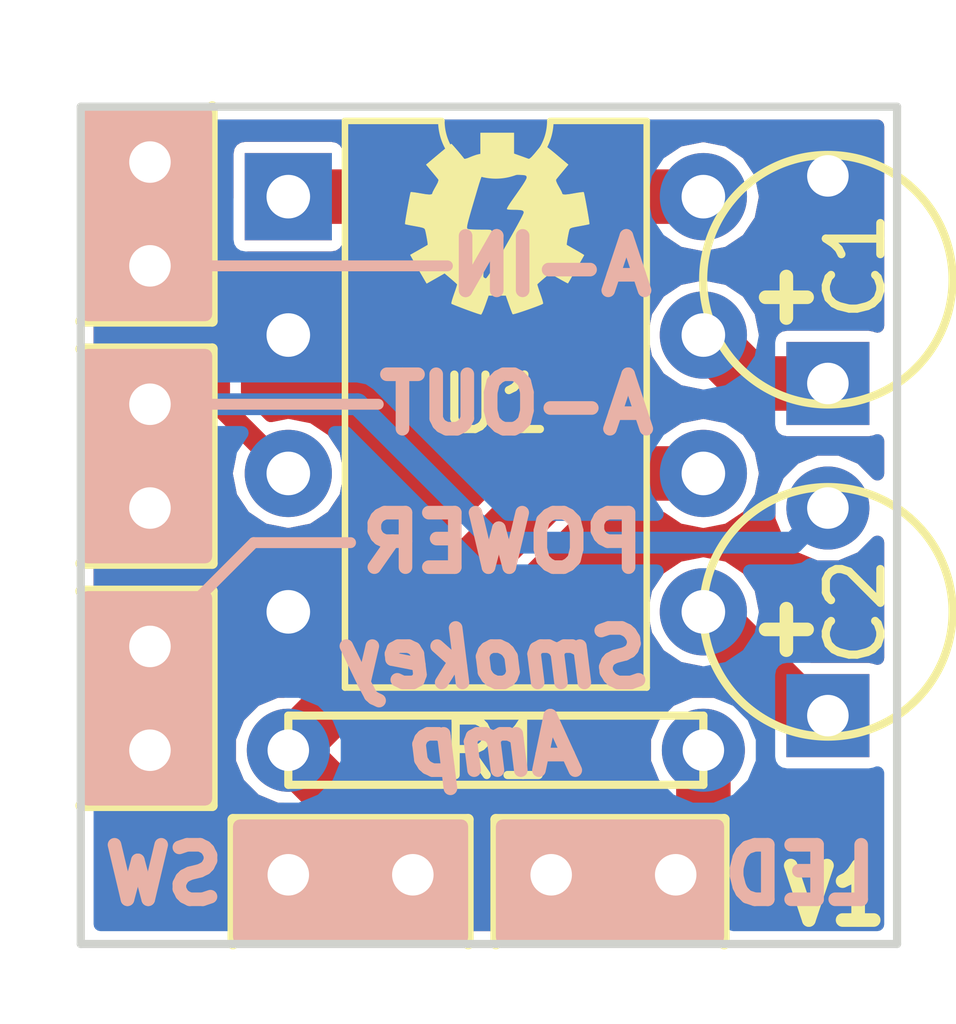
<source format=kicad_pcb>
(kicad_pcb (version 4) (host pcbnew 4.0.5)

  (general
    (links 15)
    (no_connects 0)
    (area 142.84181 97.915666 162.330526 118.677)
    (thickness 1.6)
    (drawings 36)
    (tracks 21)
    (zones 0)
    (modules 10)
    (nets 10)
  )

  (page A4)
  (layers
    (0 F.Cu signal)
    (31 B.Cu signal)
    (32 B.Adhes user)
    (33 F.Adhes user)
    (34 B.Paste user)
    (35 F.Paste user)
    (36 B.SilkS user)
    (37 F.SilkS user)
    (38 B.Mask user)
    (39 F.Mask user)
    (40 Dwgs.User user)
    (41 Cmts.User user)
    (42 Eco1.User user)
    (43 Eco2.User user)
    (44 Edge.Cuts user)
    (45 Margin user)
    (46 B.CrtYd user)
    (47 F.CrtYd user)
    (48 B.Fab user)
    (49 F.Fab user)
  )

  (setup
    (last_trace_width 0.25)
    (user_trace_width 0.25)
    (user_trace_width 0.4)
    (user_trace_width 0.5)
    (user_trace_width 1)
    (trace_clearance 0.2)
    (zone_clearance 0.16)
    (zone_45_only no)
    (trace_min 0.2)
    (segment_width 0.2)
    (edge_width 0.15)
    (via_size 0.6)
    (via_drill 0.4)
    (via_min_size 0.4)
    (via_min_drill 0.3)
    (uvia_size 0.3)
    (uvia_drill 0.1)
    (uvias_allowed no)
    (uvia_min_size 0.2)
    (uvia_min_drill 0.1)
    (pcb_text_width 0.3)
    (pcb_text_size 1.5 1.5)
    (mod_edge_width 0.15)
    (mod_text_size 1 1)
    (mod_text_width 0.15)
    (pad_size 1.524 1.524)
    (pad_drill 0.762)
    (pad_to_mask_clearance 0.2)
    (aux_axis_origin 0 0)
    (visible_elements 7FFFFFFF)
    (pcbplotparams
      (layerselection 0x00030_80000001)
      (usegerberextensions false)
      (excludeedgelayer true)
      (linewidth 0.100000)
      (plotframeref false)
      (viasonmask false)
      (mode 1)
      (useauxorigin false)
      (hpglpennumber 1)
      (hpglpenspeed 20)
      (hpglpendiameter 15)
      (hpglpenoverlay 2)
      (psnegative false)
      (psa4output false)
      (plotreference true)
      (plotvalue true)
      (plotinvisibletext false)
      (padsonsilk false)
      (subtractmaskfromsilk false)
      (outputformat 1)
      (mirror false)
      (drillshape 1)
      (scaleselection 1)
      (outputdirectory ""))
  )

  (net 0 "")
  (net 1 GND)
  (net 2 "Net-(C2-Pad1)")
  (net 3 "Net-(D1-Pad2)")
  (net 4 "Net-(P1-Pad2)")
  (net 5 "Net-(C1-Pad1)")
  (net 6 "Net-(C2-Pad2)")
  (net 7 "Net-(U1-Pad1)")
  (net 8 VCC)
  (net 9 "Net-(R1-Pad1)")

  (net_class Default "Dit is de standaard class."
    (clearance 0.2)
    (trace_width 0.25)
    (via_dia 0.6)
    (via_drill 0.4)
    (uvia_dia 0.3)
    (uvia_drill 0.1)
    (add_net GND)
    (add_net "Net-(C1-Pad1)")
    (add_net "Net-(C2-Pad1)")
    (add_net "Net-(C2-Pad2)")
    (add_net "Net-(D1-Pad2)")
    (add_net "Net-(P1-Pad2)")
    (add_net "Net-(R1-Pad1)")
    (add_net "Net-(U1-Pad1)")
    (add_net VCC)
  )

  (module multimeter:std_wirepads (layer F.Cu) (tedit 59838648) (tstamp 5980D7E9)
    (at 154.686 114.046)
    (path /597FB50D)
    (fp_text reference D1 (at 1.27 3.175) (layer F.SilkS) hide
      (effects (font (size 1 1) (thickness 0.15)))
    )
    (fp_text value LED (at 1.27 -1.905) (layer F.Fab)
      (effects (font (size 1 1) (thickness 0.15)))
    )
    (pad 1 thru_hole circle (at 0 0) (size 1.524 1.524) (drill 0.762) (layers *.Cu *.Mask)
      (net 1 GND))
    (pad 2 thru_hole rect (at 2.286 0) (size 1.524 1.524) (drill 0.762) (layers *.Cu *.Mask)
      (net 3 "Net-(D1-Pad2)"))
  )

  (module multimeter:std_2wirepads_close (layer F.Cu) (tedit 5983842B) (tstamp 5980D807)
    (at 152.146 114.046 180)
    (path /597FB250)
    (fp_text reference SW1 (at 4.318 -3.556 180) (layer F.SilkS) hide
      (effects (font (size 1 1) (thickness 0.15)))
    )
    (fp_text value SW_DIP_x01 (at 0.635 -1.905 180) (layer F.Fab)
      (effects (font (size 1 1) (thickness 0.15)))
    )
    (pad 1 thru_hole circle (at 0 0 180) (size 1.524 1.524) (drill 0.762) (layers *.Cu *.Mask)
      (net 9 "Net-(R1-Pad1)"))
    (pad 2 thru_hole circle (at 2.286 0 180) (size 1.524 1.524) (drill 0.762) (layers *.Cu *.Mask)
      (net 8 VCC))
  )

  (module multimeter:std_cap (layer F.Cu) (tedit 59838763) (tstamp 5980D7DD)
    (at 159.766 105.029 90)
    (path /5980DC3C)
    (fp_text reference C1 (at 2.159 0.508 90) (layer F.SilkS)
      (effects (font (size 1 1) (thickness 0.15)))
    )
    (fp_text value 47uF (at 5.08 -3.175 90) (layer F.Fab)
      (effects (font (size 1 1) (thickness 0.15)))
    )
    (fp_circle (center 1.905 0) (end 3.81 -1.27) (layer F.SilkS) (width 0.15))
    (pad 1 thru_hole rect (at 0 0 90) (size 1.524 1.524) (drill 0.762) (layers *.Cu *.Mask)
      (net 5 "Net-(C1-Pad1)"))
    (pad 2 thru_hole circle (at 3.81 0 90) (size 1.524 1.524) (drill 0.762) (layers *.Cu *.Mask)
      (net 1 GND))
  )

  (module multimeter:std_cap (layer F.Cu) (tedit 59838766) (tstamp 5980D7E3)
    (at 159.766 111.125 90)
    (path /597F8EF7)
    (fp_text reference C2 (at 1.905 0.508 90) (layer F.SilkS)
      (effects (font (size 1 1) (thickness 0.15)))
    )
    (fp_text value 47uF (at 5.08 -3.175 90) (layer F.Fab)
      (effects (font (size 1 1) (thickness 0.15)))
    )
    (fp_circle (center 1.905 0) (end 3.81 -1.27) (layer F.SilkS) (width 0.15))
    (pad 1 thru_hole rect (at 0 0 90) (size 1.524 1.524) (drill 0.762) (layers *.Cu *.Mask)
      (net 2 "Net-(C2-Pad1)"))
    (pad 2 thru_hole circle (at 3.81 0 90) (size 1.524 1.524) (drill 0.762) (layers *.Cu *.Mask)
      (net 6 "Net-(C2-Pad2)"))
  )

  (module multimeter:std_2wirepads_close (layer F.Cu) (tedit 59838744) (tstamp 5980D7EF)
    (at 147.32 102.87 90)
    (path /597F9CA4)
    (fp_text reference P1 (at 0.254 -3.302 180) (layer F.SilkS) hide
      (effects (font (size 1 1) (thickness 0.15)))
    )
    (fp_text value AUDIO_IN (at 0.635 -1.905 90) (layer F.Fab)
      (effects (font (size 1 1) (thickness 0.15)))
    )
    (pad 1 thru_hole circle (at 0 0 90) (size 1.524 1.524) (drill 0.762) (layers *.Cu *.Mask)
      (net 1 GND))
    (pad 2 thru_hole rect (at 1.905 0 90) (size 1.524 1.524) (drill 0.762) (layers *.Cu *.Mask)
      (net 4 "Net-(P1-Pad2)"))
  )

  (module multimeter:std_2wirepads_close (layer F.Cu) (tedit 5980DC14) (tstamp 5980D7F5)
    (at 147.32 109.855 270)
    (path /597FA264)
    (fp_text reference P2 (at 0.635 1.905 270) (layer F.SilkS) hide
      (effects (font (size 1 1) (thickness 0.15)))
    )
    (fp_text value POWER (at 0.635 -1.905 270) (layer F.Fab)
      (effects (font (size 1 1) (thickness 0.15)))
    )
    (pad 1 thru_hole circle (at 0 0 270) (size 1.524 1.524) (drill 0.762) (layers *.Cu *.Mask)
      (net 1 GND))
    (pad 2 thru_hole rect (at 1.905 0 270) (size 1.524 1.524) (drill 0.762) (layers *.Cu *.Mask)
      (net 8 VCC))
  )

  (module multimeter:std_2wirepads_close (layer F.Cu) (tedit 5983874E) (tstamp 5980D7FB)
    (at 147.32 105.41 270)
    (path /597F8FC6)
    (fp_text reference P3 (at 0.635 1.905 270) (layer F.SilkS) hide
      (effects (font (size 1 1) (thickness 0.15)))
    )
    (fp_text value AUDIO_OUT (at 0.635 -1.905 270) (layer F.Fab)
      (effects (font (size 1 1) (thickness 0.15)))
    )
    (pad 1 thru_hole rect (at 0 0 270) (size 1.524 1.524) (drill 0.762) (layers *.Cu *.Mask)
      (net 6 "Net-(C2-Pad2)"))
    (pad 2 thru_hole circle (at 1.905 0 270) (size 1.524 1.524) (drill 0.762) (layers *.Cu *.Mask)
      (net 1 GND))
  )

  (module multimeter:std_resistor (layer F.Cu) (tedit 598387B1) (tstamp 5980D801)
    (at 149.86 111.76)
    (path /597FB729)
    (fp_text reference R1 (at 3.81 0) (layer F.SilkS)
      (effects (font (size 1 1) (thickness 0.15)))
    )
    (fp_text value R_LED (at 3.81 -1.905) (layer F.Fab)
      (effects (font (size 1 1) (thickness 0.15)))
    )
    (fp_line (start 0 -0.635) (end 7.62 -0.635) (layer F.SilkS) (width 0.15))
    (fp_line (start 7.62 -0.635) (end 7.62 0.635) (layer F.SilkS) (width 0.15))
    (fp_line (start 7.62 0.635) (end 0 0.635) (layer F.SilkS) (width 0.15))
    (fp_line (start 0 0.635) (end 0 -0.635) (layer F.SilkS) (width 0.15))
    (pad 1 thru_hole circle (at 0 0) (size 1.524 1.524) (drill 0.762) (layers *.Cu *.Mask)
      (net 9 "Net-(R1-Pad1)"))
    (pad 2 thru_hole circle (at 7.62 0) (size 1.524 1.524) (drill 0.762) (layers *.Cu *.Mask)
      (net 3 "Net-(D1-Pad2)"))
  )

  (module Housings_DIP:DIP-8_W7.62mm (layer F.Cu) (tedit 598387A0) (tstamp 5980D813)
    (at 149.86 101.6)
    (descr "8-lead dip package, row spacing 7.62 mm (300 mils)")
    (tags "DIL DIP PDIP 2.54mm 7.62mm 300mil")
    (path /597F8D30)
    (fp_text reference U1 (at 3.81 3.81) (layer F.SilkS)
      (effects (font (size 1 1) (thickness 0.15)))
    )
    (fp_text value LM386 (at 3.81 10.01) (layer F.Fab)
      (effects (font (size 1 1) (thickness 0.15)))
    )
    (fp_text user %R (at 3.81 3.81) (layer F.Fab)
      (effects (font (size 1 1) (thickness 0.15)))
    )
    (fp_line (start 1.635 -1.27) (end 6.985 -1.27) (layer F.Fab) (width 0.1))
    (fp_line (start 6.985 -1.27) (end 6.985 8.89) (layer F.Fab) (width 0.1))
    (fp_line (start 6.985 8.89) (end 0.635 8.89) (layer F.Fab) (width 0.1))
    (fp_line (start 0.635 8.89) (end 0.635 -0.27) (layer F.Fab) (width 0.1))
    (fp_line (start 0.635 -0.27) (end 1.635 -1.27) (layer F.Fab) (width 0.1))
    (fp_line (start 2.81 -1.39) (end 1.04 -1.39) (layer F.SilkS) (width 0.12))
    (fp_line (start 1.04 -1.39) (end 1.04 9.01) (layer F.SilkS) (width 0.12))
    (fp_line (start 1.04 9.01) (end 6.58 9.01) (layer F.SilkS) (width 0.12))
    (fp_line (start 6.58 9.01) (end 6.58 -1.39) (layer F.SilkS) (width 0.12))
    (fp_line (start 6.58 -1.39) (end 4.81 -1.39) (layer F.SilkS) (width 0.12))
    (fp_line (start -1.1 -1.6) (end -1.1 9.2) (layer F.CrtYd) (width 0.05))
    (fp_line (start -1.1 9.2) (end 8.7 9.2) (layer F.CrtYd) (width 0.05))
    (fp_line (start 8.7 9.2) (end 8.7 -1.6) (layer F.CrtYd) (width 0.05))
    (fp_line (start 8.7 -1.6) (end -1.1 -1.6) (layer F.CrtYd) (width 0.05))
    (fp_arc (start 3.81 -1.39) (end 2.81 -1.39) (angle -180) (layer F.SilkS) (width 0.12))
    (pad 1 thru_hole rect (at 0 0) (size 1.6 1.6) (drill 0.8) (layers *.Cu *.Mask)
      (net 7 "Net-(U1-Pad1)"))
    (pad 5 thru_hole oval (at 7.62 7.62) (size 1.6 1.6) (drill 0.8) (layers *.Cu *.Mask)
      (net 2 "Net-(C2-Pad1)"))
    (pad 2 thru_hole oval (at 0 2.54) (size 1.6 1.6) (drill 0.8) (layers *.Cu *.Mask)
      (net 1 GND))
    (pad 6 thru_hole oval (at 7.62 5.08) (size 1.6 1.6) (drill 0.8) (layers *.Cu *.Mask)
      (net 9 "Net-(R1-Pad1)"))
    (pad 3 thru_hole oval (at 0 5.08) (size 1.6 1.6) (drill 0.8) (layers *.Cu *.Mask)
      (net 4 "Net-(P1-Pad2)"))
    (pad 7 thru_hole oval (at 7.62 2.54) (size 1.6 1.6) (drill 0.8) (layers *.Cu *.Mask)
      (net 5 "Net-(C1-Pad1)"))
    (pad 4 thru_hole oval (at 0 7.62) (size 1.6 1.6) (drill 0.8) (layers *.Cu *.Mask)
      (net 1 GND))
    (pad 8 thru_hole oval (at 7.62 0) (size 1.6 1.6) (drill 0.8) (layers *.Cu *.Mask)
      (net 7 "Net-(U1-Pad1)"))
    (model ${KISYS3DMOD}/Housings_DIP.3dshapes/DIP-8_W7.62mm.wrl
      (at (xyz 0 0 0))
      (scale (xyz 1 1 1))
      (rotate (xyz 0 0 0))
    )
  )

  (module Desktop:logo (layer F.Cu) (tedit 0) (tstamp 59838DD0)
    (at 153.797 102.108)
    (fp_text reference G*** (at 0 0) (layer F.SilkS) hide
      (effects (font (thickness 0.3)))
    )
    (fp_text value LOGO (at 0.75 0) (layer F.SilkS) hide
      (effects (font (thickness 0.3)))
    )
    (fp_poly (pts (xy 0.203224 -1.295399) (xy 0.325979 -1.251517) (xy 0.388409 -1.229035) (xy 0.44035 -1.210036)
      (xy 0.471826 -1.198172) (xy 0.474134 -1.197247) (xy 0.496124 -1.203023) (xy 0.532166 -1.234011)
      (xy 0.583849 -1.291687) (xy 0.6096 -1.322982) (xy 0.656703 -1.380511) (xy 0.696464 -1.427728)
      (xy 0.723781 -1.458651) (xy 0.73277 -1.467401) (xy 0.749337 -1.459748) (xy 0.787184 -1.433383)
      (xy 0.841897 -1.391655) (xy 0.909063 -1.337916) (xy 0.972771 -1.285193) (xy 1.199669 -1.09469)
      (xy 1.095135 -0.969827) (xy 1.048199 -0.913388) (xy 1.008689 -0.865189) (xy 0.98228 -0.832186)
      (xy 0.975482 -0.823156) (xy 0.97527 -0.793888) (xy 0.99791 -0.739773) (xy 1.022049 -0.6961)
      (xy 1.052338 -0.64278) (xy 1.074345 -0.600914) (xy 1.083667 -0.578914) (xy 1.083734 -0.578212)
      (xy 1.090094 -0.556235) (xy 1.112138 -0.544336) (xy 1.154311 -0.542185) (xy 1.221058 -0.549454)
      (xy 1.298049 -0.56236) (xy 1.371532 -0.574987) (xy 1.431733 -0.583951) (xy 1.471495 -0.588272)
      (xy 1.483755 -0.587756) (xy 1.489229 -0.569355) (xy 1.498933 -0.524494) (xy 1.511688 -0.45979)
      (xy 1.526314 -0.381856) (xy 1.541633 -0.29731) (xy 1.556466 -0.212765) (xy 1.569632 -0.134838)
      (xy 1.579954 -0.070144) (xy 1.586252 -0.025298) (xy 1.587347 -0.006916) (xy 1.587295 -0.006849)
      (xy 1.569321 -0.001766) (xy 1.525145 0.007559) (xy 1.461951 0.019674) (xy 1.405805 0.029823)
      (xy 1.326701 0.044419) (xy 1.274752 0.056384) (xy 1.243632 0.068167) (xy 1.227012 0.082214)
      (xy 1.218565 0.100973) (xy 1.218154 0.102392) (xy 1.207442 0.146193) (xy 1.195716 0.203339)
      (xy 1.184575 0.264514) (xy 1.17562 0.320404) (xy 1.17045 0.361691) (xy 1.170632 0.379038)
      (xy 1.187043 0.388879) (xy 1.226562 0.411701) (xy 1.282808 0.443837) (xy 1.3335 0.472622)
      (xy 1.397532 0.509353) (xy 1.448915 0.539706) (xy 1.481572 0.560033) (xy 1.490133 0.566588)
      (xy 1.482184 0.581523) (xy 1.460557 0.619953) (xy 1.428588 0.676091) (xy 1.38961 0.744147)
      (xy 1.346957 0.818334) (xy 1.303963 0.892862) (xy 1.263962 0.961943) (xy 1.230288 1.019788)
      (xy 1.206275 1.060609) (xy 1.195256 1.078616) (xy 1.195156 1.078751) (xy 1.180338 1.072331)
      (xy 1.142172 1.052259) (xy 1.086665 1.021771) (xy 1.028492 0.989033) (xy 0.864508 0.895832)
      (xy 0.749754 0.992682) (xy 0.698022 1.03709) (xy 0.657272 1.07348) (xy 0.6337 1.096256)
      (xy 0.630383 1.100485) (xy 0.633895 1.119996) (xy 0.64702 1.164084) (xy 0.667514 1.225599)
      (xy 0.685943 1.277682) (xy 0.709871 1.347275) (xy 0.727222 1.404643) (xy 0.735995 1.442698)
      (xy 0.735788 1.454257) (xy 0.714502 1.465707) (xy 0.668694 1.484777) (xy 0.604741 1.509247)
      (xy 0.529018 1.536898) (xy 0.447902 1.56551) (xy 0.367769 1.592864) (xy 0.294995 1.616739)
      (xy 0.235956 1.634916) (xy 0.197029 1.645175) (xy 0.184602 1.646138) (xy 0.174921 1.62594)
      (xy 0.157194 1.581029) (xy 0.134242 1.518764) (xy 0.116651 1.468999) (xy 0.059267 1.303931)
      (xy -0.262467 1.303905) (xy -0.323262 1.476551) (xy -0.349342 1.547088) (xy -0.372863 1.604335)
      (xy -0.390912 1.64157) (xy -0.399462 1.652432) (xy -0.419812 1.647893) (xy -0.466135 1.633265)
      (xy -0.532737 1.610475) (xy -0.61393 1.581451) (xy -0.671713 1.560201) (xy -0.759031 1.527359)
      (xy -0.834929 1.498082) (xy -0.893819 1.474582) (xy -0.930115 1.459072) (xy -0.93894 1.454329)
      (xy -0.937821 1.435098) (xy -0.92664 1.391313) (xy -0.907396 1.330066) (xy -0.889143 1.277682)
      (xy -0.864665 1.207926) (xy -0.845914 1.150352) (xy -0.835129 1.112108) (xy -0.833582 1.100485)
      (xy -0.847798 1.085337) (xy -0.881873 1.054153) (xy -0.929613 1.012528) (xy -0.952954 0.992682)
      (xy -1.067708 0.895832) (xy -1.395688 1.082242) (xy -1.482175 0.934821) (xy -1.528382 0.855456)
      (xy -1.576775 0.771362) (xy -1.619137 0.696842) (xy -1.631563 0.674696) (xy -1.694463 0.561992)
      (xy -1.537265 0.472946) (xy -1.472368 0.436067) (xy -1.419273 0.405674) (xy -1.38435 0.385426)
      (xy -1.373832 0.379038) (xy -1.373676 0.361388) (xy -1.378891 0.319913) (xy -1.387876 0.263927)
      (xy -1.39903 0.202746) (xy -1.410754 0.145685) (xy -1.421353 0.102392) (xy -1.429493 0.083248)
      (xy -1.4454 0.068973) (xy -1.475402 0.057118) (xy -1.500737 0.051149) (xy -0.660347 0.051149)
      (xy -0.659327 0.069261) (xy -0.654482 0.079993) (xy -0.646446 0.086133) (xy -0.635858 0.090473)
      (xy -0.633615 0.091322) (xy -0.606803 0.095355) (xy -0.553898 0.098645) (xy -0.482671 0.100842)
      (xy -0.404692 0.1016) (xy -0.3194 0.101799) (xy -0.262551 0.103107) (xy -0.228725 0.106588)
      (xy -0.212499 0.113311) (xy -0.20845 0.124341) (xy -0.210928 0.1397) (xy -0.216593 0.166772)
      (xy -0.22789 0.221806) (xy -0.243753 0.299569) (xy -0.263116 0.394827) (xy -0.28491 0.502345)
      (xy -0.297346 0.56381) (xy -0.322811 0.691697) (xy -0.341421 0.790351) (xy -0.353706 0.863593)
      (xy -0.360194 0.915241) (xy -0.361415 0.949115) (xy -0.357898 0.969035) (xy -0.354353 0.97517)
      (xy -0.324123 0.994195) (xy -0.306357 0.995468) (xy -0.289588 0.979741) (xy -0.259656 0.939206)
      (xy -0.219769 0.878701) (xy -0.173131 0.803067) (xy -0.12917 0.728041) (xy -0.015206 0.528661)
      (xy 0.082545 0.356869) (xy 0.164979 0.211029) (xy 0.232995 0.089502) (xy 0.287489 -0.009348)
      (xy 0.32936 -0.087158) (xy 0.359505 -0.145566) (xy 0.378823 -0.186208) (xy 0.38821 -0.210723)
      (xy 0.389467 -0.217803) (xy 0.383932 -0.242142) (xy 0.3637 -0.257952) (xy 0.323325 -0.266875)
      (xy 0.257364 -0.27055) (xy 0.213104 -0.270933) (xy 0.15174 -0.272224) (xy 0.10458 -0.275628)
      (xy 0.080981 -0.280436) (xy 0.080274 -0.28097) (xy 0.085164 -0.298079) (xy 0.106376 -0.336168)
      (xy 0.14018 -0.388925) (xy 0.167875 -0.429136) (xy 0.251885 -0.548397) (xy 0.317913 -0.64335)
      (xy 0.367836 -0.717119) (xy 0.403531 -0.77283) (xy 0.426876 -0.813606) (xy 0.439747 -0.842572)
      (xy 0.444022 -0.862853) (xy 0.441579 -0.877574) (xy 0.439703 -0.881586) (xy 0.4324 -0.892031)
      (xy 0.420305 -0.899993) (xy 0.399198 -0.905807) (xy 0.364858 -0.909809) (xy 0.313063 -0.912333)
      (xy 0.239592 -0.913716) (xy 0.140224 -0.914292) (xy 0.026878 -0.9144) (xy -0.108716 -0.913906)
      (xy -0.213514 -0.912321) (xy -0.290575 -0.909487) (xy -0.342957 -0.905248) (xy -0.373718 -0.899445)
      (xy -0.385099 -0.893233) (xy -0.396534 -0.868996) (xy -0.414489 -0.81986) (xy -0.436284 -0.753522)
      (xy -0.45438 -0.694266) (xy -0.506885 -0.516666) (xy -0.550471 -0.368767) (xy -0.585775 -0.247779)
      (xy -0.613434 -0.150911) (xy -0.634084 -0.075375) (xy -0.648362 -0.018379) (xy -0.656904 0.022865)
      (xy -0.660347 0.051149) (xy -1.500737 0.051149) (xy -1.525827 0.045238) (xy -1.603003 0.030884)
      (xy -1.609005 0.029823) (xy -1.681825 0.01656) (xy -1.741069 0.004988) (xy -1.779555 -0.003443)
      (xy -1.790494 -0.006849) (xy -1.789553 -0.024443) (xy -1.783377 -0.068674) (xy -1.773147 -0.132929)
      (xy -1.76004 -0.210591) (xy -1.745236 -0.295046) (xy -1.729915 -0.379678) (xy -1.715255 -0.457871)
      (xy -1.702436 -0.52301) (xy -1.692636 -0.56848) (xy -1.687035 -0.587666) (xy -1.686955 -0.587756)
      (xy -1.668438 -0.587802) (xy -1.62382 -0.582431) (xy -1.560256 -0.572622) (xy -1.501248 -0.56236)
      (xy -1.410802 -0.547543) (xy -1.348609 -0.541875) (xy -1.310224 -0.545683) (xy -1.291202 -0.559296)
      (xy -1.286933 -0.578212) (xy -1.278932 -0.598071) (xy -1.257861 -0.638533) (xy -1.228121 -0.691186)
      (xy -1.225249 -0.6961) (xy -1.189107 -0.764864) (xy -1.175794 -0.808847) (xy -1.178682 -0.823156)
      (xy -1.195702 -0.845115) (xy -1.228874 -0.886009) (xy -1.272523 -0.938883) (xy -1.298334 -0.969827)
      (xy -1.402869 -1.09469) (xy -1.177457 -1.283945) (xy -1.10365 -1.345542) (xy -1.039043 -1.398757)
      (xy -0.987982 -1.440067) (xy -0.95481 -1.465952) (xy -0.943967 -1.473199) (xy -0.931253 -1.461216)
      (xy -0.90258 -1.429618) (xy -0.863521 -1.384933) (xy -0.819647 -1.333689) (xy -0.77653 -1.282413)
      (xy -0.739741 -1.237635) (xy -0.714851 -1.205881) (xy -0.709959 -1.199018) (xy -0.690644 -1.197571)
      (xy -0.65039 -1.208529) (xy -0.608359 -1.225088) (xy -0.547295 -1.249899) (xy -0.489487 -1.269943)
      (xy -0.461433 -1.277625) (xy -0.4064 -1.289624) (xy -0.4064 -1.676399) (xy 0.2032 -1.676399)
      (xy 0.203224 -1.295399)) (layer F.SilkS) (width 0.01))
  )

  (gr_line (start 157.861 113.03) (end 157.861 115.316) (angle 90) (layer F.SilkS) (width 0.2))
  (gr_text "Smokey\nAmp" (at 153.67 110.871) (layer B.SilkS)
    (effects (font (size 1 1) (thickness 0.25) italic) (justify mirror))
  )
  (gr_text V1 (at 159.893 114.427) (layer F.SilkS)
    (effects (font (size 1 1) (thickness 0.25)))
  )
  (gr_line (start 157.861 113.03) (end 157.861 115.316) (angle 90) (layer F.SilkS) (width 0.2))
  (gr_line (start 153.67 113.03) (end 157.861 113.03) (angle 90) (layer F.SilkS) (width 0.2))
  (gr_line (start 153.67 115.316) (end 153.67 113.03) (angle 90) (layer F.SilkS) (width 0.2))
  (gr_line (start 153.162 113.03) (end 153.162 115.316) (angle 90) (layer F.SilkS) (width 0.2))
  (gr_line (start 148.844 113.03) (end 153.162 113.03) (angle 90) (layer F.SilkS) (width 0.2))
  (gr_line (start 148.844 115.316) (end 148.844 113.03) (angle 90) (layer F.SilkS) (width 0.2))
  (gr_line (start 148.463 112.776) (end 146.05 112.776) (angle 90) (layer F.SilkS) (width 0.2))
  (gr_line (start 148.463 108.839) (end 148.463 112.776) (angle 90) (layer F.SilkS) (width 0.2))
  (gr_line (start 146.05 108.839) (end 148.463 108.839) (angle 90) (layer F.SilkS) (width 0.2))
  (gr_line (start 148.463 108.331) (end 146.05 108.331) (angle 90) (layer F.SilkS) (width 0.2))
  (gr_line (start 148.463 104.394) (end 148.463 108.331) (angle 90) (layer F.SilkS) (width 0.2))
  (gr_line (start 146.05 104.394) (end 148.463 104.394) (angle 90) (layer F.SilkS) (width 0.2))
  (gr_line (start 148.463 103.886) (end 146.05 103.886) (angle 90) (layer F.SilkS) (width 0.2))
  (gr_line (start 148.463 99.949) (end 148.463 103.886) (angle 90) (layer F.SilkS) (width 0.2))
  (gr_line (start 161.036 99.949) (end 161.036 115.316) (angle 90) (layer Edge.Cuts) (width 0.15))
  (gr_line (start 146.05 99.949) (end 161.036 99.949) (angle 90) (layer Edge.Cuts) (width 0.15))
  (gr_line (start 146.05 115.316) (end 146.05 99.949) (angle 90) (layer Edge.Cuts) (width 0.15))
  (gr_text + (at 159.004 109.474) (layer F.SilkS)
    (effects (font (size 1 1) (thickness 0.25)))
  )
  (gr_text + (at 159.004 103.378) (layer F.SilkS)
    (effects (font (size 1 1) (thickness 0.25)))
  )
  (gr_line (start 157.734 114.046) (end 156.845 114.046) (angle 90) (layer B.SilkS) (width 0.2))
  (gr_line (start 147.32 109.855) (end 147.32 111.76) (angle 90) (layer B.SilkS) (width 0.2))
  (gr_line (start 149.225 107.95) (end 151.003 107.95) (angle 90) (layer B.SilkS) (width 0.2))
  (gr_line (start 147.32 109.855) (end 149.225 107.95) (angle 90) (layer B.SilkS) (width 0.2))
  (gr_line (start 147.32 105.41) (end 147.32 107.315) (angle 90) (layer B.SilkS) (width 0.2))
  (gr_line (start 147.32 105.41) (end 151.511 105.41) (angle 90) (layer B.SilkS) (width 0.2))
  (gr_line (start 147.32 100.965) (end 147.32 102.87) (angle 90) (layer B.SilkS) (width 0.2))
  (gr_line (start 152.781 102.87) (end 147.32 102.87) (angle 90) (layer B.SilkS) (width 0.2))
  (gr_text POWER (at 153.797 107.95) (layer B.SilkS)
    (effects (font (size 1 1) (thickness 0.25)) (justify mirror))
  )
  (gr_text A-OUT (at 154.051 105.41) (layer B.SilkS)
    (effects (font (size 1 1) (thickness 0.25)) (justify mirror))
  )
  (gr_text A-IN (at 154.686 102.87) (layer B.SilkS)
    (effects (font (size 1 1) (thickness 0.25)) (justify mirror))
  )
  (gr_text SW (at 147.574 114.046) (layer B.SilkS)
    (effects (font (size 1 1) (thickness 0.25)) (justify mirror))
  )
  (gr_text LED (at 159.258 114.046) (layer B.SilkS)
    (effects (font (size 1 1) (thickness 0.25)) (justify mirror))
  )
  (gr_line (start 161.036 115.316) (end 146.05 115.316) (angle 90) (layer Edge.Cuts) (width 0.15))

  (segment (start 157.48 109.22) (end 159.385 111.125) (width 1) (layer F.Cu) (net 2))
  (segment (start 159.385 111.125) (end 159.766 111.125) (width 0.4) (layer F.Cu) (net 2) (tstamp 598389FC))
  (segment (start 156.972 114.046) (end 157.48 113.538) (width 0.4) (layer F.Cu) (net 3))
  (segment (start 157.48 113.538) (end 157.48 111.76) (width 1) (layer F.Cu) (net 3) (tstamp 598389FF))
  (segment (start 147.32 100.965) (end 148.59 102.235) (width 0.4) (layer F.Cu) (net 4))
  (segment (start 148.59 105.41) (end 149.86 106.68) (width 0.4) (layer F.Cu) (net 4) (tstamp 59838A0C))
  (segment (start 148.59 102.235) (end 148.59 105.41) (width 0.4) (layer F.Cu) (net 4) (tstamp 59838A07))
  (segment (start 157.48 104.14) (end 158.369 105.029) (width 1) (layer F.Cu) (net 5))
  (segment (start 158.369 105.029) (end 159.766 105.029) (width 1) (layer F.Cu) (net 5) (tstamp 59838A84))
  (segment (start 159.766 107.315) (end 159.131 107.95) (width 0.4) (layer B.Cu) (net 6))
  (segment (start 151.13 105.41) (end 147.32 105.41) (width 0.4) (layer B.Cu) (net 6) (tstamp 59838A38))
  (segment (start 153.67 107.95) (end 151.13 105.41) (width 0.4) (layer B.Cu) (net 6) (tstamp 59838A34))
  (segment (start 159.131 107.95) (end 153.67 107.95) (width 0.4) (layer B.Cu) (net 6) (tstamp 59838A33))
  (segment (start 157.48 101.6) (end 149.86 101.6) (width 1) (layer F.Cu) (net 7))
  (segment (start 147.32 111.76) (end 147.32 113.665) (width 1) (layer F.Cu) (net 8))
  (segment (start 147.701 114.046) (end 149.86 114.046) (width 1) (layer F.Cu) (net 8) (tstamp 59838A6C))
  (segment (start 147.32 113.665) (end 147.701 114.046) (width 1) (layer F.Cu) (net 8) (tstamp 59838A6B))
  (segment (start 149.606 114.046) (end 149.86 114.046) (width 0.4) (layer F.Cu) (net 8) (tstamp 59838A04))
  (segment (start 149.86 111.76) (end 152.146 114.046) (width 1) (layer F.Cu) (net 9))
  (segment (start 149.86 111.76) (end 154.94 106.68) (width 1) (layer F.Cu) (net 9))
  (segment (start 154.94 106.68) (end 157.48 106.68) (width 1) (layer F.Cu) (net 9) (tstamp 598389F8))

  (zone (net 1) (net_name GND) (layer F.Cu) (tstamp 5980DA39) (hatch edge 0.508)
    (connect_pads yes (clearance 0.16))
    (min_thickness 0.254)
    (fill yes (arc_segments 16) (thermal_gap 0.508) (thermal_bridge_width 0.508))
    (polygon
      (pts
        (xy 161.036 115.316) (xy 146.05 115.316) (xy 146.05 99.949) (xy 161.036 99.949)
      )
    )
    (filled_polygon
      (pts
        (xy 158.369 105.856) (xy 158.682824 105.856) (xy 158.693395 105.912179) (xy 158.765012 106.023474) (xy 158.874286 106.098138)
        (xy 159.004 106.124406) (xy 160.528 106.124406) (xy 160.649179 106.101605) (xy 160.674 106.085633) (xy 160.674 106.683162)
        (xy 160.383674 106.392329) (xy 159.983566 106.226189) (xy 159.550335 106.225811) (xy 159.149937 106.391252) (xy 158.843329 106.697326)
        (xy 158.677189 107.097434) (xy 158.676811 107.530665) (xy 158.842252 107.931063) (xy 159.148326 108.237671) (xy 159.548434 108.403811)
        (xy 159.981665 108.404189) (xy 160.382063 108.238748) (xy 160.674 107.947319) (xy 160.674 110.06699) (xy 160.657714 110.055862)
        (xy 160.528 110.029594) (xy 159.459148 110.029594) (xy 158.623995 109.194441) (xy 158.543291 108.788716) (xy 158.298988 108.423091)
        (xy 157.933363 108.178788) (xy 157.502079 108.093) (xy 157.457921 108.093) (xy 157.026637 108.178788) (xy 156.661012 108.423091)
        (xy 156.416709 108.788716) (xy 156.330921 109.22) (xy 156.416709 109.651284) (xy 156.661012 110.016909) (xy 157.026637 110.261212)
        (xy 157.432362 110.341916) (xy 157.80713 110.716684) (xy 157.697566 110.671189) (xy 157.264335 110.670811) (xy 156.863937 110.836252)
        (xy 156.557329 111.142326) (xy 156.391189 111.542434) (xy 156.390811 111.975665) (xy 156.556252 112.376063) (xy 156.653 112.47298)
        (xy 156.653 112.950594) (xy 156.21 112.950594) (xy 156.088821 112.973395) (xy 155.977526 113.045012) (xy 155.902862 113.154286)
        (xy 155.876594 113.284) (xy 155.876594 114.808) (xy 155.899395 114.929179) (xy 155.915367 114.954) (xy 152.777838 114.954)
        (xy 153.068671 114.663674) (xy 153.234811 114.263566) (xy 153.235189 113.830335) (xy 153.069748 113.429937) (xy 152.763674 113.123329)
        (xy 152.363566 112.957189) (xy 152.226624 112.95707) (xy 151.029554 111.76) (xy 155.282554 107.507) (xy 156.706046 107.507)
        (xy 157.026637 107.721212) (xy 157.457921 107.807) (xy 157.502079 107.807) (xy 157.933363 107.721212) (xy 158.298988 107.476909)
        (xy 158.543291 107.111284) (xy 158.629079 106.68) (xy 158.543291 106.248716) (xy 158.298988 105.883091) (xy 158.21158 105.824687)
      )
    )
    (filled_polygon
      (pts
        (xy 160.674 103.97099) (xy 160.657714 103.959862) (xy 160.528 103.933594) (xy 159.004 103.933594) (xy 158.882821 103.956395)
        (xy 158.771526 104.028012) (xy 158.696862 104.137286) (xy 158.688438 104.178884) (xy 158.623995 104.114441) (xy 158.543291 103.708716)
        (xy 158.298988 103.343091) (xy 157.933363 103.098788) (xy 157.502079 103.013) (xy 157.457921 103.013) (xy 157.026637 103.098788)
        (xy 156.661012 103.343091) (xy 156.416709 103.708716) (xy 156.330921 104.14) (xy 156.416709 104.571284) (xy 156.661012 104.936909)
        (xy 157.026637 105.181212) (xy 157.432362 105.261916) (xy 157.778412 105.607966) (xy 157.502079 105.553) (xy 157.457921 105.553)
        (xy 157.026637 105.638788) (xy 156.706046 105.853) (xy 154.94 105.853) (xy 154.623521 105.915952) (xy 154.355223 106.095223)
        (xy 149.779517 110.670929) (xy 149.644335 110.670811) (xy 149.243937 110.836252) (xy 148.937329 111.142326) (xy 148.771189 111.542434)
        (xy 148.770811 111.975665) (xy 148.936252 112.376063) (xy 149.242326 112.682671) (xy 149.642434 112.848811) (xy 149.779376 112.84893)
        (xy 149.887469 112.957023) (xy 149.644335 112.956811) (xy 149.243937 113.122252) (xy 149.14702 113.219) (xy 148.147 113.219)
        (xy 148.147 112.843176) (xy 148.203179 112.832605) (xy 148.314474 112.760988) (xy 148.389138 112.651714) (xy 148.415406 112.522)
        (xy 148.415406 110.998) (xy 148.392605 110.876821) (xy 148.320988 110.765526) (xy 148.211714 110.690862) (xy 148.082 110.664594)
        (xy 146.558 110.664594) (xy 146.436821 110.687395) (xy 146.412 110.703367) (xy 146.412 106.46801) (xy 146.428286 106.479138)
        (xy 146.558 106.505406) (xy 148.082 106.505406) (xy 148.203179 106.482605) (xy 148.314474 106.410988) (xy 148.389138 106.301714)
        (xy 148.415406 106.172) (xy 148.415406 105.980696) (xy 148.777914 106.343204) (xy 148.710921 106.68) (xy 148.796709 107.111284)
        (xy 149.041012 107.476909) (xy 149.406637 107.721212) (xy 149.837921 107.807) (xy 149.882079 107.807) (xy 150.313363 107.721212)
        (xy 150.678988 107.476909) (xy 150.923291 107.111284) (xy 151.009079 106.68) (xy 150.923291 106.248716) (xy 150.678988 105.883091)
        (xy 150.313363 105.638788) (xy 149.882079 105.553) (xy 149.837921 105.553) (xy 149.537957 105.612667) (xy 149.117 105.19171)
        (xy 149.117 102.733406) (xy 150.66 102.733406) (xy 150.781179 102.710605) (xy 150.892474 102.638988) (xy 150.967138 102.529714)
        (xy 150.987938 102.427) (xy 156.706046 102.427) (xy 157.026637 102.641212) (xy 157.457921 102.727) (xy 157.502079 102.727)
        (xy 157.933363 102.641212) (xy 158.298988 102.396909) (xy 158.543291 102.031284) (xy 158.629079 101.6) (xy 158.543291 101.168716)
        (xy 158.298988 100.803091) (xy 157.933363 100.558788) (xy 157.502079 100.473) (xy 157.457921 100.473) (xy 157.026637 100.558788)
        (xy 156.706046 100.773) (xy 150.988326 100.773) (xy 150.970605 100.678821) (xy 150.898988 100.567526) (xy 150.789714 100.492862)
        (xy 150.66 100.466594) (xy 149.06 100.466594) (xy 148.938821 100.489395) (xy 148.827526 100.561012) (xy 148.752862 100.670286)
        (xy 148.726594 100.8) (xy 148.726594 101.626304) (xy 148.415406 101.315116) (xy 148.415406 100.311) (xy 160.674 100.311)
      )
    )
    (filled_polygon
      (pts
        (xy 146.428286 102.034138) (xy 146.558 102.060406) (xy 147.670116 102.060406) (xy 148.063 102.45329) (xy 148.063 104.314594)
        (xy 146.558 104.314594) (xy 146.436821 104.337395) (xy 146.412 104.353367) (xy 146.412 102.02301)
      )
    )
  )
  (zone (net 1) (net_name GND) (layer B.Cu) (tstamp 5980DA48) (hatch edge 0.508)
    (connect_pads yes (clearance 0.16))
    (min_thickness 0.254)
    (fill yes (arc_segments 16) (thermal_gap 0.508) (thermal_bridge_width 0.508))
    (polygon
      (pts
        (xy 161.036 115.316) (xy 146.05 115.316) (xy 146.05 99.949) (xy 161.036 99.949)
      )
    )
    (filled_polygon
      (pts
        (xy 148.796709 106.248716) (xy 148.710921 106.68) (xy 148.796709 107.111284) (xy 149.041012 107.476909) (xy 149.406637 107.721212)
        (xy 149.837921 107.807) (xy 149.882079 107.807) (xy 150.313363 107.721212) (xy 150.678988 107.476909) (xy 150.923291 107.111284)
        (xy 151.009079 106.68) (xy 150.923291 106.248716) (xy 150.715009 105.937) (xy 150.91171 105.937) (xy 153.297354 108.322645)
        (xy 153.411594 108.398978) (xy 153.468326 108.436885) (xy 153.67 108.477) (xy 156.624991 108.477) (xy 156.416709 108.788716)
        (xy 156.330921 109.22) (xy 156.416709 109.651284) (xy 156.661012 110.016909) (xy 157.026637 110.261212) (xy 157.457921 110.347)
        (xy 157.502079 110.347) (xy 157.933363 110.261212) (xy 158.298988 110.016909) (xy 158.543291 109.651284) (xy 158.629079 109.22)
        (xy 158.543291 108.788716) (xy 158.335009 108.477) (xy 159.131 108.477) (xy 159.332675 108.436885) (xy 159.445895 108.361233)
        (xy 159.548434 108.403811) (xy 159.981665 108.404189) (xy 160.382063 108.238748) (xy 160.674 107.947319) (xy 160.674 110.06699)
        (xy 160.657714 110.055862) (xy 160.528 110.029594) (xy 159.004 110.029594) (xy 158.882821 110.052395) (xy 158.771526 110.124012)
        (xy 158.696862 110.233286) (xy 158.670594 110.363) (xy 158.670594 111.887) (xy 158.693395 112.008179) (xy 158.765012 112.119474)
        (xy 158.874286 112.194138) (xy 159.004 112.220406) (xy 160.528 112.220406) (xy 160.649179 112.197605) (xy 160.674 112.181633)
        (xy 160.674 114.954) (xy 158.03001 114.954) (xy 158.041138 114.937714) (xy 158.067406 114.808) (xy 158.067406 113.284)
        (xy 158.044605 113.162821) (xy 157.972988 113.051526) (xy 157.863714 112.976862) (xy 157.734 112.950594) (xy 156.21 112.950594)
        (xy 156.088821 112.973395) (xy 155.977526 113.045012) (xy 155.902862 113.154286) (xy 155.876594 113.284) (xy 155.876594 114.808)
        (xy 155.899395 114.929179) (xy 155.915367 114.954) (xy 152.777838 114.954) (xy 153.068671 114.663674) (xy 153.234811 114.263566)
        (xy 153.235189 113.830335) (xy 153.069748 113.429937) (xy 152.763674 113.123329) (xy 152.363566 112.957189) (xy 151.930335 112.956811)
        (xy 151.529937 113.122252) (xy 151.223329 113.428326) (xy 151.057189 113.828434) (xy 151.056811 114.261665) (xy 151.222252 114.662063)
        (xy 151.513681 114.954) (xy 150.491838 114.954) (xy 150.782671 114.663674) (xy 150.948811 114.263566) (xy 150.949189 113.830335)
        (xy 150.783748 113.429937) (xy 150.477674 113.123329) (xy 150.077566 112.957189) (xy 149.644335 112.956811) (xy 149.243937 113.122252)
        (xy 148.937329 113.428326) (xy 148.771189 113.828434) (xy 148.770811 114.261665) (xy 148.936252 114.662063) (xy 149.227681 114.954)
        (xy 146.412 114.954) (xy 146.412 112.81801) (xy 146.428286 112.829138) (xy 146.558 112.855406) (xy 148.082 112.855406)
        (xy 148.203179 112.832605) (xy 148.314474 112.760988) (xy 148.389138 112.651714) (xy 148.415406 112.522) (xy 148.415406 111.975665)
        (xy 148.770811 111.975665) (xy 148.936252 112.376063) (xy 149.242326 112.682671) (xy 149.642434 112.848811) (xy 150.075665 112.849189)
        (xy 150.476063 112.683748) (xy 150.782671 112.377674) (xy 150.948811 111.977566) (xy 150.948812 111.975665) (xy 156.390811 111.975665)
        (xy 156.556252 112.376063) (xy 156.862326 112.682671) (xy 157.262434 112.848811) (xy 157.695665 112.849189) (xy 158.096063 112.683748)
        (xy 158.402671 112.377674) (xy 158.568811 111.977566) (xy 158.569189 111.544335) (xy 158.403748 111.143937) (xy 158.097674 110.837329)
        (xy 157.697566 110.671189) (xy 157.264335 110.670811) (xy 156.863937 110.836252) (xy 156.557329 111.142326) (xy 156.391189 111.542434)
        (xy 156.390811 111.975665) (xy 150.948812 111.975665) (xy 150.949189 111.544335) (xy 150.783748 111.143937) (xy 150.477674 110.837329)
        (xy 150.077566 110.671189) (xy 149.644335 110.670811) (xy 149.243937 110.836252) (xy 148.937329 111.142326) (xy 148.771189 111.542434)
        (xy 148.770811 111.975665) (xy 148.415406 111.975665) (xy 148.415406 110.998) (xy 148.392605 110.876821) (xy 148.320988 110.765526)
        (xy 148.211714 110.690862) (xy 148.082 110.664594) (xy 146.558 110.664594) (xy 146.436821 110.687395) (xy 146.412 110.703367)
        (xy 146.412 106.46801) (xy 146.428286 106.479138) (xy 146.558 106.505406) (xy 148.082 106.505406) (xy 148.203179 106.482605)
        (xy 148.314474 106.410988) (xy 148.389138 106.301714) (xy 148.415406 106.172) (xy 148.415406 105.937) (xy 149.004991 105.937)
      )
    )
    (filled_polygon
      (pts
        (xy 160.674 103.97099) (xy 160.657714 103.959862) (xy 160.528 103.933594) (xy 159.004 103.933594) (xy 158.882821 103.956395)
        (xy 158.771526 104.028012) (xy 158.696862 104.137286) (xy 158.670594 104.267) (xy 158.670594 105.791) (xy 158.693395 105.912179)
        (xy 158.765012 106.023474) (xy 158.874286 106.098138) (xy 159.004 106.124406) (xy 160.528 106.124406) (xy 160.649179 106.101605)
        (xy 160.674 106.085633) (xy 160.674 106.683162) (xy 160.383674 106.392329) (xy 159.983566 106.226189) (xy 159.550335 106.225811)
        (xy 159.149937 106.391252) (xy 158.843329 106.697326) (xy 158.677189 107.097434) (xy 158.676905 107.423) (xy 158.335009 107.423)
        (xy 158.543291 107.111284) (xy 158.629079 106.68) (xy 158.543291 106.248716) (xy 158.298988 105.883091) (xy 157.933363 105.638788)
        (xy 157.502079 105.553) (xy 157.457921 105.553) (xy 157.026637 105.638788) (xy 156.661012 105.883091) (xy 156.416709 106.248716)
        (xy 156.330921 106.68) (xy 156.416709 107.111284) (xy 156.624991 107.423) (xy 153.888291 107.423) (xy 151.502645 105.037355)
        (xy 151.331675 104.923115) (xy 151.13 104.883) (xy 148.415406 104.883) (xy 148.415406 104.648) (xy 148.392605 104.526821)
        (xy 148.320988 104.415526) (xy 148.211714 104.340862) (xy 148.082 104.314594) (xy 146.558 104.314594) (xy 146.436821 104.337395)
        (xy 146.412 104.353367) (xy 146.412 104.14) (xy 156.330921 104.14) (xy 156.416709 104.571284) (xy 156.661012 104.936909)
        (xy 157.026637 105.181212) (xy 157.457921 105.267) (xy 157.502079 105.267) (xy 157.933363 105.181212) (xy 158.298988 104.936909)
        (xy 158.543291 104.571284) (xy 158.629079 104.14) (xy 158.543291 103.708716) (xy 158.298988 103.343091) (xy 157.933363 103.098788)
        (xy 157.502079 103.013) (xy 157.457921 103.013) (xy 157.026637 103.098788) (xy 156.661012 103.343091) (xy 156.416709 103.708716)
        (xy 156.330921 104.14) (xy 146.412 104.14) (xy 146.412 102.02301) (xy 146.428286 102.034138) (xy 146.558 102.060406)
        (xy 148.082 102.060406) (xy 148.203179 102.037605) (xy 148.314474 101.965988) (xy 148.389138 101.856714) (xy 148.415406 101.727)
        (xy 148.415406 100.8) (xy 148.726594 100.8) (xy 148.726594 102.4) (xy 148.749395 102.521179) (xy 148.821012 102.632474)
        (xy 148.930286 102.707138) (xy 149.06 102.733406) (xy 150.66 102.733406) (xy 150.781179 102.710605) (xy 150.892474 102.638988)
        (xy 150.967138 102.529714) (xy 150.993406 102.4) (xy 150.993406 101.6) (xy 156.330921 101.6) (xy 156.416709 102.031284)
        (xy 156.661012 102.396909) (xy 157.026637 102.641212) (xy 157.457921 102.727) (xy 157.502079 102.727) (xy 157.933363 102.641212)
        (xy 158.298988 102.396909) (xy 158.543291 102.031284) (xy 158.629079 101.6) (xy 158.543291 101.168716) (xy 158.298988 100.803091)
        (xy 157.933363 100.558788) (xy 157.502079 100.473) (xy 157.457921 100.473) (xy 157.026637 100.558788) (xy 156.661012 100.803091)
        (xy 156.416709 101.168716) (xy 156.330921 101.6) (xy 150.993406 101.6) (xy 150.993406 100.8) (xy 150.970605 100.678821)
        (xy 150.898988 100.567526) (xy 150.789714 100.492862) (xy 150.66 100.466594) (xy 149.06 100.466594) (xy 148.938821 100.489395)
        (xy 148.827526 100.561012) (xy 148.752862 100.670286) (xy 148.726594 100.8) (xy 148.415406 100.8) (xy 148.415406 100.311)
        (xy 160.674 100.311)
      )
    )
  )
  (zone (net 0) (net_name "") (layer B.SilkS) (tstamp 598386B3) (hatch edge 0.508)
    (connect_pads yes (clearance 0.16))
    (min_thickness 0.254)
    (fill yes (arc_segments 16) (thermal_gap 0.508) (thermal_bridge_width 0.508))
    (polygon
      (pts
        (xy 148.463 103.886) (xy 146.05 103.886) (xy 146.05 99.949) (xy 148.463 99.949)
      )
    )
    (filled_polygon
      (pts
        (xy 148.336 103.759) (xy 146.177 103.759) (xy 146.177 100.076) (xy 148.336 100.076)
      )
    )
  )
  (zone (net 0) (net_name "") (layer B.SilkS) (tstamp 598386D7) (hatch edge 0.508)
    (connect_pads yes (clearance 0.16))
    (min_thickness 0.254)
    (fill yes (arc_segments 16) (thermal_gap 0.508) (thermal_bridge_width 0.508))
    (polygon
      (pts
        (xy 148.463 108.331) (xy 146.05 108.331) (xy 146.05 104.394) (xy 148.463 104.394)
      )
    )
    (filled_polygon
      (pts
        (xy 148.336 108.204) (xy 146.177 108.204) (xy 146.177 104.521) (xy 148.336 104.521)
      )
    )
  )
  (zone (net 0) (net_name "") (layer B.SilkS) (tstamp 598386E4) (hatch edge 0.508)
    (connect_pads yes (clearance 0.16))
    (min_thickness 0.254)
    (fill yes (arc_segments 16) (thermal_gap 0.508) (thermal_bridge_width 0.508))
    (polygon
      (pts
        (xy 148.463 112.776) (xy 146.05 112.776) (xy 146.05 108.839) (xy 148.463 108.839)
      )
    )
    (filled_polygon
      (pts
        (xy 148.336 112.649) (xy 146.177 112.649) (xy 146.177 108.966) (xy 148.336 108.966)
      )
    )
  )
  (zone (net 0) (net_name "") (layer B.SilkS) (tstamp 598386F6) (hatch edge 0.508)
    (connect_pads yes (clearance 0.16))
    (min_thickness 0.254)
    (fill yes (arc_segments 16) (thermal_gap 0.508) (thermal_bridge_width 0.508))
    (polygon
      (pts
        (xy 157.861 115.316) (xy 153.67 115.316) (xy 153.67 113.03) (xy 157.861 113.03)
      )
    )
    (filled_polygon
      (pts
        (xy 157.734 115.189) (xy 153.797 115.189) (xy 153.797 113.157) (xy 157.734 113.157)
      )
    )
  )
  (zone (net 0) (net_name "") (layer B.SilkS) (tstamp 59838701) (hatch edge 0.508)
    (connect_pads yes (clearance 0.16))
    (min_thickness 0.254)
    (fill yes (arc_segments 16) (thermal_gap 0.508) (thermal_bridge_width 0.508))
    (polygon
      (pts
        (xy 153.162 115.316) (xy 148.844 115.316) (xy 148.844 113.03) (xy 153.162 113.03)
      )
    )
    (filled_polygon
      (pts
        (xy 153.035 115.189) (xy 148.971 115.189) (xy 148.971 113.157) (xy 153.035 113.157)
      )
    )
  )
)

</source>
